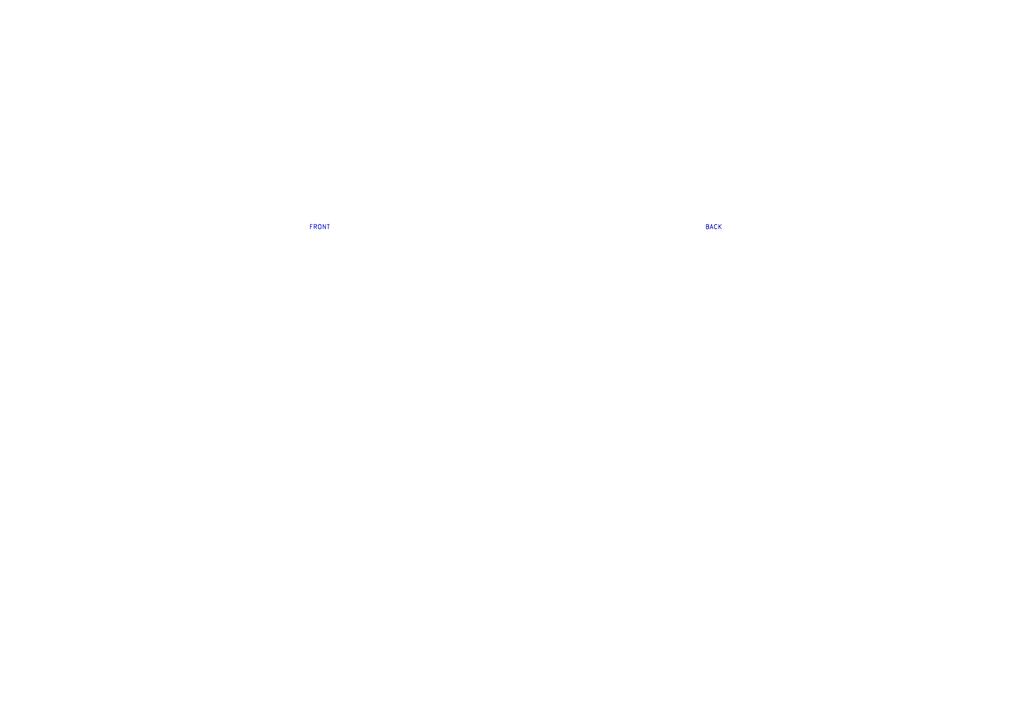
<source format=kicad_sch>
(kicad_sch
	(version 20250114)
	(generator "eeschema")
	(generator_version "9.0")
	(uuid "b8a37840-1180-42aa-971f-4e4491e5ff6b")
	(paper "A4")
	(lib_symbols)
	(text "BACK"
		(exclude_from_sim no)
		(at 207.01 66.04 0)
		(effects
			(font
				(size 1.27 1.27)
			)
		)
		(uuid "52a805c8-f247-4300-9d8e-4f20dc33e47f")
	)
	(text "FRONT\n"
		(exclude_from_sim no)
		(at 92.71 66.04 0)
		(effects
			(font
				(size 1.27 1.27)
			)
		)
		(uuid "f1d6a6b6-ac38-4fc4-a0f6-626cd2962539")
	)
)

</source>
